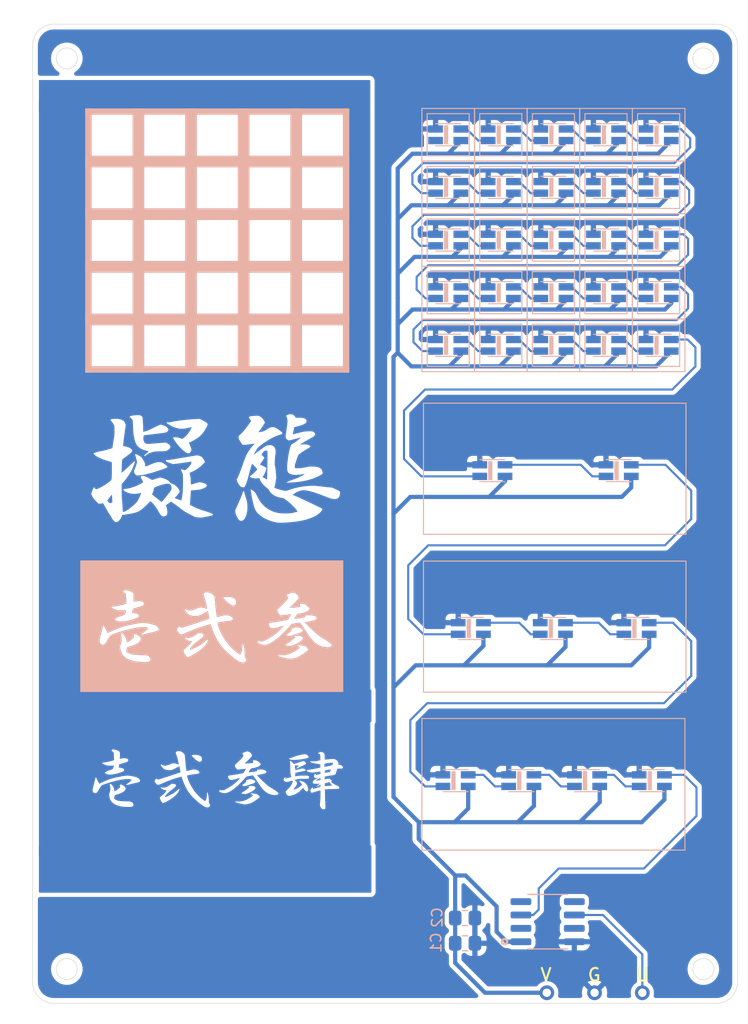
<source format=kicad_pcb>
(kicad_pcb (version 20221018) (generator pcbnew)
  (layers (0 "F.Cu" signal) (31 "B.Cu" signal) (34 "B.Paste" user) (35 "F.Paste" user) (36 "B.SilkS" user "B.Silkscreen") (37 "F.SilkS" user "F.Silkscreen") (38 "B.Mask" user) (39 "F.Mask" user) (44 "Edge.Cuts" user))
  (net 0 "")
  (net 1 "RGB_LED")
  (net 2 "VCC")
  (net 3 "GND")
  (net 4 "KEY1")
  (net 5 "UPDI")
  (footprint "original:gitai_mask" (layer "F.Cu") (at 95.534375 90.255411)
    (fp_text reference "G***" hide)
    (fp_text value "LOGO" hide)
  )
  (footprint "original:num3_mask" (layer "F.Cu") (at 95.027826 105.182522)
    (fp_text reference "G***" hide)
    (fp_text value "LOGO" hide)
  )
  (footprint "original:num" (layer "F.Cu") (at 95.4 120.2)
    (fp_text reference "G***" hide)
    (fp_text value "LOGO" hide)
  )
  (footprint "original:gitai" (layer "F.Cu") (at 95.534375 90.255411)
    (fp_text reference "G***" hide)
    (fp_text value "LOGO" hide)
  )
  (footprint "original:num3" (layer "F.Cu") (at 95.027826 105.182522)
    (fp_text reference "G***" hide)
    (fp_text value "LOGO" hide)
  )
  (footprint "original:num_mask" (layer "F.Cu") (at 95.4 120.2)
    (fp_text reference "G***" hide)
    (fp_text value "LOGO" hide)
  )
  (footprint "original:num3_mask" (layer "F.Cu") (at 95.027826 105.182522)
    (fp_text reference "G***" hide)
    (fp_text value "LOGO" hide)
  )
  (footprint "original:WS2812C-2020" (layer "B.Cu") (at 135.4 105.4 180)
    (fp_text reference "LED" hide)
    (fp_text value "LED" hide)
  )
  (footprint "original:WS2812C-2020" (layer "B.Cu") (at 137.5 73.5 180)
    (fp_text reference "LED" hide)
    (fp_text value "LED" hide)
  )
  (footprint "original:WS2812C-2020" (layer "B.Cu") (at 117.5 58.5 180)
    (fp_text reference "LED" hide)
    (fp_text value "LED" hide)
  )
  (footprint "original:WS2812C-2020" (layer "B.Cu") (at 119.65 105.4 180)
    (fp_text reference "LED" hide)
    (fp_text value "LED" hide)
  )
  (footprint "original:WS2812C-2020" (layer "B.Cu") (at 100.55 58.55)
    (fp_text reference "LED" hide)
    (fp_text value "LED" hide)
  )
  (footprint "original:WS2812C-2020" (layer "B.Cu") (at 95.55 73.55)
    (fp_text reference "LED" hide)
    (fp_text value "LED" hide)
  )
  (footprint "original:WS2812C-2020" (layer "B.Cu") (at 127.5 73.5 180)
    (fp_text reference "LED" hide)
    (fp_text value "LED" hide)
  )
  (footprint "original:WS2812C-2020" (layer "B.Cu") (at 105.55 68.55)
    (fp_text reference "LED" hide)
    (fp_text value "LED" hide)
  )
  (footprint "original:WS2812C-2020" (layer "B.Cu") (at 136.85 119.85 180)
    (fp_text reference "LED" hide)
    (fp_text value "LED" hide)
  )
  (footprint "original:WS2812C-2020" (layer "B.Cu") (at 105.55 63.55)
    (fp_text reference "LED" hide)
    (fp_text value "LED" hide)
  )
  (footprint "original:WS2812C-2020" (layer "B.Cu") (at 122.5 73.5 180)
    (fp_text reference "LED" hide)
    (fp_text value "LED" hide)
  )
  (footprint "original:WS2812C-2020" (layer "B.Cu") (at 100.55 68.55)
    (fp_text reference "LED" hide)
    (fp_text value "LED" hide)
  )
  (footprint "original:WS2812C-2020" (layer "B.Cu") (at 137.5 78.5 180)
    (fp_text reference "LED" hide)
    (fp_text value "LED" hide)
  )
  (footprint "original:WS2812C-2020" (layer "B.Cu") (at 121.7 90.4 180)
    (fp_text reference "LED" hide)
    (fp_text value "LED" hide)
  )
  (footprint "original:gitai_mask" (layer "B.Cu") (at 127.634375 90.255411 180)
    (fp_text reference "G***" hide)
    (fp_text value "LOGO" hide)
  )
  (footprint "original:WS2812C-2020" (layer "B.Cu") (at 85.55 68.55)
    (fp_text reference "LED" hide)
    (fp_text value "LED" hide)
  )
  (footprint "original:WS2812C-2020" (layer "B.Cu") (at 105.55 73.55)
    (fp_text reference "LED" hide)
    (fp_text value "LED" hide)
  )
  (footprint "original:R_0805_2012Metric1.2" (layer "B.Cu") (at 119.1 132.9 180)
    (fp_text reference "C2")
    (fp_text value "1kΩ")
  )
  (footprint "original:WS2812C-2020" (layer "B.Cu") (at 132.5 73.5 180)
    (fp_text reference "LED" hide)
    (fp_text value "LED" hide)
  )
  (footprint "original:WS2812C-2020" (layer "B.Cu") (at 137.5 58.5 180)
    (fp_text reference "LED" hide)
    (fp_text value "LED" hide)
  )
  (footprint "original:WS2812C-2020" (layer "B.Cu") (at 132.5 78.5 180)
    (fp_text reference "LED" hide)
    (fp_text value "LED" hide)
  )
  (footprint "original:R_0805_2012Metric1.2" (layer "B.Cu") (at 119.1 135.3 180)
    (fp_text reference "C1")
    (fp_text value "1kΩ")
  )
  (footprint "original:WS2812C-2020" (layer "B.Cu") (at 95.55 78.55)
    (fp_text reference "LED" hide)
    (fp_text value "LED" hide)
  )
  (footprint "original:WS2812C-2020" (layer "B.Cu") (at 85.55 63.55)
    (fp_text reference "LED" hide)
    (fp_text value "LED" hide)
  )
  (footprint "original:WS2812C-2020" (layer "B.Cu") (at 124.45 119.85 180)
    (fp_text reference "LED" hide)
    (fp_text value "LED" hide)
  )
  (footprint "original:WS2812C-2020" (layer "B.Cu") (at 127.5 58.5 180)
    (fp_text reference "LED" hide)
    (fp_text value "LED" hide)
  )
  (footprint "original:WS2812C-2020" (layer "B.Cu") (at 118.2 119.85 180)
    (fp_text reference "LED" hide)
    (fp_text value "LED" hide)
  )
  (footprint "original:WS2812C-2020" (layer "B.Cu") (at 85.55 73.55)
    (fp_text reference "LED" hide)
    (fp_text value "LED" hide)
  )
  (footprint "original:WS2812C-2020" (layer "B.Cu") (at 130.7 119.85 180)
    (fp_text reference "LED" hide)
    (fp_text value "LED" hide)
  )
  (footprint "original:WS2812C-2020" (layer "B.Cu") (at 122.5 68.5 180)
    (fp_text reference "LED" hide)
    (fp_text value "LED" hide)
  )
  (footprint "original:WS2812C-2020" (layer "B.Cu") (at 105.55 58.55)
    (fp_text reference "LED" hide)
    (fp_text value "LED" hide)
  )
  (footprint "original:num3_mask" (layer "B.Cu") (at 127.65 105.2 180)
    (fp_text reference "G***" hide)
    (fp_text value "LOGO" hide)
  )
  (footprint "original:WS2812C-2020" (layer "B.Cu") (at 90.55 63.55)
    (fp_text reference "LED" hide)
    (fp_text value "LED" hide)
  )
  (footprint "original:WS2812C-2020" (layer "B.Cu") (at 133.7 90.4 180)
    (fp_text reference "LED" hide)
    (fp_text value "LED" hide)
  )
  (footprint "original:WS2812C-2020" (layer "B.Cu") (at 95.55 68.55)
    (fp_text reference "LED" hide)
    (fp_text value "LED" hide)
  )
  (footprint "original:WS2812C-2020" (layer "B.Cu") (at 127.5 68.5 180)
    (fp_text reference "LED" hide)
    (fp_text value "LED" hide)
  )
  (footprint "original:WS2812C-2020" (layer "B.Cu") (at 117.5 78.5 180)
    (fp_text reference "LED" hide)
    (fp_text value "LED" hide)
  )
  (footprint "original:WS2812C-2020" (layer "B.Cu") (at 90.55 58.55)
    (fp_text reference "LED" hide)
    (fp_text value "LED" hide)
  )
  (footprint "original:WS2812C-2020" (layer "B.Cu") (at 127.45 105.4 180)
    (fp_text reference "LED" hide)
    (fp_text value "LED" hide)
  )
  (footprint "original:WS2812C-2020" (layer "B.Cu") (at 90.55 78.55)
    (fp_text reference "LED" hide)
    (fp_text value "LED" hide)
  )
  (footprint "original:WS2812C-2020" (layer "B.Cu") (at 95.55 63.55)
    (fp_text reference "LED" hide)
    (fp_text value "LED" hide)
  )
  (footprint "original:WS2812C-2020" (layer "B.Cu") (at 122.5 58.5 180)
    (fp_text reference "LED" hide)
    (fp_text value "LED" hide)
  )
  (footprint "original:WS2812C-2020" (layer "B.Cu") (at 132.5 63.5 180)
    (fp_text reference "LED" hide)
    (fp_text value "LED" hide)
  )
  (footprint "original:WS2812C-2020" (layer "B.Cu") (at 117.5 73.5 180)
    (fp_text reference "LED" hide)
    (fp_text value "LED" hide)
  )
  (footprint "original:WS2812C-2020" (layer "B.Cu") (at 132.5 58.5 180)
    (fp_text reference "LED" hide)
    (fp_text value "LED" hide)
  )
  (footprint "original:WS2812C-2020" (layer "B.Cu") (at 137.5 63.5 180)
    (fp_text reference "LED" hide)
    (fp_text value "LED" hide)
  )
  (footprint "original:WS2812C-2020" (layer "B.Cu") (at 100.55 78.55)
    (fp_text reference "LED" hide)
    (fp_text value "LED" hide)
  )
  (footprint "original:WS2812C-2020" (layer "B.Cu") (at 90.55 68.55)
    (fp_text reference "LED" hide)
    (fp_text value "LED" hide)
  )
  (footprint "original:WS2812C-2020" (layer "B.Cu") (at 95.55 58.55)
    (fp_text reference "LED" hide)
    (fp_text value "LED" hide)
  )
  (footprint "original:WS2812C-2020" (layer "B.Cu") (at 122.5 63.5 180)
    (fp_text reference "LED" hide)
    (fp_text value "LED" hide)
  )
  (footprint "original:WS2812C-2020" (layer "B.Cu") (at 105.55 78.55)
    (fp_text reference "LED" hide)
    (fp_text value "LED" hide)
  )
  (footprint "original:WS2812C-2020" (layer "B.Cu") (at 137.5 68.5 180)
    (fp_text reference "LED" hide)
    (fp_text value "LED" hide)
  )
  (footprint "original:WS2812C-2020" (layer "B.Cu") (at 100.55 73.55)
    (fp_text reference "LED" hide)
    (fp_text value "LED" hide)
  )
  (footprint "original:WS2812C-2020" (layer "B.Cu") (at 127.5 63.5 180)
    (fp_text reference "LED" hide)
    (fp_text value "LED" hide)
  )
  (footprint "original:WS2812C-2020" (layer "B.Cu") (at 100.55 63.55)
    (fp_text reference "LED" hide)
    (fp_text value "LED" hide)
  )
  (footprint "original:WS2812C-2020" (layer "B.Cu") (at 85.55 58.55)
    (fp_text reference "LED" hide)
    (fp_text value "LED" hide)
  )
  (footprint "original:WS2812C-2020" (layer "B.Cu") (at 122.5 78.5 180)
    (fp_text reference "LED" hide)
    (fp_text value "LED" hide)
  )
  (footprint "original:WS2812C-2020" (layer "B.Cu") (at 90.55 73.55)
    (fp_text reference "LED" hide)
    (fp_text value "LED" hide)
  )
  (footprint "original:WS2812C-2020" (layer "B.Cu") (at 85.55 78.55)
    (fp_text reference "LED" hide)
    (fp_text value "LED" hide)
  )
  (footprint "original:WS2812C-2020" (layer "B.Cu") (at 127.5 78.5 180)
    (fp_text reference "LED" hide)
    (fp_text value "LED" hide)
  )
  (footprint "original:WS2812C-2020" (layer "B.Cu") (at 117.5 63.5 180)
    (fp_text reference "LED" hide)
    (fp_text value "LED" hide)
  )
  (footprint "original:WS2812C-2020" (layer "B.Cu") (at 132.5 68.5 180)
    (fp_text reference "LED" hide)
    (fp_text value "LED" hide)
  )
  (footprint "original:WS2812C-2020" (layer "B.Cu") (at 117.5 68.5 180)
    (fp_text reference "LED" hide)
    (fp_text value "LED" hide)
  )
  (footprint "original:j6pin" (layer "B.Cu") (at 131.41 140 90)
    (fp_text reference "W" hide)
    (fp_text value "j1")
  )
  (footprint "original:num_mask" (layer "B.Cu") (at 127.5 120.2 180)
    (fp_text reference "G***" hide)
    (fp_text value "LOGO" hide)
  )
  (footprint "original:Tiny202" (layer "B.Cu") (at 126.95 133.25)
    (fp_text reference "REF**" hide)
    (fp_text value "Tiny202")
  )
  (gr_rect (start 107.7 55.2) (end 110 126.8) (stroke (width 0.2)) (fill solid) (layer "B.Cu"))
  (gr_rect (start 79.1 111.3) (end 110.1 114.2) (stroke (width 0.2)) (fill solid) (layer "B.Cu"))
  (gr_rect (start 79.8 81.05) (end 110 83.95) (stroke (width 0.2)) (fill solid) (layer "B.Cu"))
  (gr_rect (start 78.7 53.4) (end 110 56.3) (stroke (width 0.2)) (fill solid) (layer "B.Cu"))
  (gr_rect (start 78.7 126.1) (end 110.1 130.4) (stroke (width 0.2)) (fill solid) (layer "B.Cu"))
  (gr_rect (start 78.9 96.5) (end 110 99.4) (stroke (width 0.2)) (fill solid) (layer "B.Cu"))
  (gr_rect (start 78.7 55.3) (end 83 127) (stroke (width 0.2)) (fill solid) (layer "B.Cu"))
  (gr_rect (start 106.8 98.55) (end 109 111.55) (stroke (width 0.2)) (fill solid) (layer "B.Cu"))
  (gr_line (start 115 113.95) (end 140 113.95) (stroke (width 0.1)) (layer "B.SilkS"))
  (gr_line (start 140 113.95) (end 140 126.45) (stroke (width 0.1)) (layer "B.SilkS"))
  (gr_line (start 140.1 96.45) (end 115.15 96.45) (stroke (width 0.1)) (layer "B.SilkS"))
  (gr_line (start 140 126.45) (end 115 126.45) (stroke (width 0.1)) (layer "B.SilkS"))
  (gr_line (start 115.15 96.45) (end 115.15 84) (stroke (width 0.1)) (layer "B.SilkS"))
  (gr_line (start 140.1 111.45) (end 115.15 111.45) (stroke (width 0.1)) (layer "B.SilkS"))
  (gr_line (start 115.15 84) (end 140.1 84) (stroke (width 0.1)) (layer "B.SilkS"))
  (gr_line (start 115 126.45) (end 115 113.95) (stroke (width 0.1)) (layer "B.SilkS"))
  (gr_line (start 115.15 111.45) (end 115.15 99) (stroke (width 0.1)) (layer "B.SilkS"))
  (gr_line (start 140.1 84) (end 140.1 96.45) (stroke (width 0.1)) (layer "B.SilkS"))
  (gr_line (start 140.1 99) (end 140.1 111.45) (stroke (width 0.1)) (layer "B.SilkS"))
  (gr_line (start 115.15 99) (end 140.1 99) (stroke (width 0.1)) (layer "B.SilkS"))
  (gr_arc (start 80 141) (mid 78.585786 140.414214) (end 78 139) (stroke (width 0.05)) (layer "Edge.Cuts"))
  (gr_circle (center 141.75 137.75) (end 142.75 137.75) (stroke (width 0.05)) (fill none) (layer "Edge.Cuts"))
  (gr_line (start 78 139) (end 78 50) (stroke (width 0.05)) (layer "Edge.Cuts"))
  (gr_arc (start 78 50) (mid 78.585786 48.585786) (end 80 48) (stroke (width 0.05)) (layer "Edge.Cuts"))
  (gr_arc (start 145 139) (mid 144.414214 140.414214) (end 143 141) (stroke (width 0.05)) (layer "Edge.Cuts"))
  (gr_circle (center 81.25 51.25) (end 82.25 51.25) (stroke (width 0.05)) (fill none) (layer "Edge.Cuts"))
  (gr_line (start 80 48) (end 143 48) (stroke (width 0.05)) (layer "Edge.Cuts"))
  (gr_circle (center 141.75 51.25) (end 142.75 51.25) (stroke (width 0.05)) (fill none) (layer "Edge.Cuts"))
  (gr_circle (center 81.25 137.75) (end 82.25 137.75) (stroke (width 0.05)) (fill none) (layer "Edge.Cuts"))
  (gr_arc (start 143 48) (mid 144.414214 48.585786) (end 145 50) (stroke (width 0.05)) (layer "Edge.Cuts"))
  (gr_line (start 145 50) (end 145 139) (stroke (width 0.05)) (layer "Edge.Cuts"))
  (gr_line (start 80 141) (end 143 141) (stroke (width 0.05)) (layer "Edge.Cuts"))
  (gr_text "G" (at 130.65 139) (layer "F.SilkS") (effects (font (size 1.2 1.2) (thickness 0.2)) (justify left bottom)))
  (gr_text "U" (at 135.25 139) (layer "F.SilkS") (effects (font (size 1.2 1.2) (thickness 0.2)) (justify left bottom)))
  (gr_text "V" (at 126.15 139) (layer "F.SilkS") (effects (font (size 1.2 1.2) (thickness 0.2)) (justify left bottom)))
  (segment (start 134.25 57.95) (end 133.7 57.95) (width 0.2) (layer "B.Cu") (net 1))
  (segment (start 136.3 74.05) (end 135.35 74.05) (width 0.2) (layer "B.Cu") (net 1))
  (segment (start 140.4 65) (end 140.4 63.75) (width 0.2) (layer "B.Cu") (net 1))
  (segment (start 135.35 59.05) (end 134.25 57.95) (width 0.2) (layer "B.Cu") (net 1))
  (segment (start 119.25 62.95) (end 118.7 62.95) (width 0.2) (layer "B.Cu") (net 1))
  (segment (start 126.3 79.05) (end 125.35 79.05) (width 0.2) (layer "B.Cu") (net 1))
  (segment (start 126.3 64.05) (end 125.35 64.05) (width 0.2) (layer "B.Cu") (net 1))
  (segment (start 126.1 132.1) (end 125.585 132.615) (width 0.2) (layer "B.Cu") (net 1))
  (segment (start 136.1 128.2) (end 128 128.2) (width 0.2) (layer "B.Cu") (net 1))
  (segment (start 114.95 64.05) (end 114.1 63.2) (width 0.2) (layer "B.Cu") (net 1))
  (segment (start 134.25 62.95) (end 133.7 62.95) (width 0.2) (layer "B.Cu") (net 1))
  (segment (start 116.3 69.05) (end 114.85 69.05) (width 0.2) (layer "B.Cu") (net 1))
  (segment (start 129.25 57.95) (end 128.7 57.95) (width 0.2) (layer "B.Cu") (net 1))
  (segment (start 113.7 104.5) (end 113.7 99.4) (width 0.2) (layer "B.Cu") (net 1))
  (segment (start 130.35 64.05) (end 129.25 62.95) (width 0.2) (layer "B.Cu") (net 1))
  (segment (start 139.3 66.1) (end 140.4 65) (width 0.2) (layer "B.Cu") (net 1))
  (segment (start 126.3 74.05) (end 125.35 74.05) (width 0.2) (layer "B.Cu") (net 1))
  (segment (start 140.6 92.3) (end 138.15 89.85) (width 0.2) (layer "B.Cu") (net 1))
  (segment (start 114.1 67.2) (end 115.2 66.1) (width 0.2) (layer "B.Cu") (net 1))
  (segment (start 131.3 74.05) (end 130.35 74.05) (width 0.2) (layer "B.Cu") (net 1))
  (segment (start 115.35 74.05) (end 114.5 73.2) (width 0.2) (layer "B.Cu") (net 1))
  (segment (start 119.25 57.95) (end 118.7 57.95) (width 0.2) (layer "B.Cu") (net 1))
  (segment (start 138 112.5) (end 115.5 112.5) (width 0.2) (layer "B.Cu") (net 1))
  (segment (start 138.1 97.5) (end 140.6 95) (width 0.2) (layer "B.Cu") (net 1))
  (segment (start 139.3 70.9) (end 140.3 69.9) (width 0.2) (layer "B.Cu") (net 1))
  (segment (start 138.85 104.85) (end 140.6 106.6) (width 0.2) (layer "B.Cu") (net 1))
  (segment (start 125.35 79.05) (end 124.25 77.95) (width 0.2) (layer "B.Cu") (net 1))
  (segment (start 115.1 61.2) (end 139 61.2) (width 0.2) (layer "B.Cu") (net 1))
  (segment (start 121.3 79.05) (end 120.35 79.05) (width 0.2) (layer "B.Cu") (net 1))
  (segment (start 132.9 105.95) (end 131.8 104.85) (width 0.2) (layer "B.Cu") (net 1))
  (segment (start 139.9 119.3) (end 141.1 120.5) (width 0.2) (layer "B.Cu") (net 1))
  (segment (start 130.35 79.05) (end 129.25 77.95) (width 0.2) (layer "B.Cu") (net 1))
  (segment (start 141 78.7) (end 140.25 77.95) (width 0.2) (layer "B.Cu") (net 1))
  (segment (start 136.3 79.05) (end 135.35 79.05) (width 0.2) (layer "B.Cu") (net 1))
  (segment (start 135.35 79.05) (end 134.25 77.95) (width 0.2) (layer "B.Cu") (net 1))
  (segment (start 128.2 120.4) (end 127.1 119.3) (width 0.2) (layer "B.Cu") (net 1))
  (segment (start 134.25 72.95) (end 133.7 72.95) (width 0.2) (layer "B.Cu") (net 1))
  (segment (start 139.6 72.95) (end 138.7 72.95) (width 0.2) (layer "B.Cu") (net 1))
  (segment (start 121.3 74.05) (end 120.35 74.05) (width 0.2) (layer "B.Cu") (net 1))
  (segment (start 139.85 67.95) (end 138.7 67.95) (width 0.2) (layer "B.Cu") (net 1))
  (segment (start 140.6 106.6) (end 140.6 109.9) (width 0.2) (layer "B.Cu") (net 1))
  (segment (start 126.3 59.05) (end 125.35 59.05) (width 0.2) (layer "B.Cu") (net 1))
  (segment (start 114.2 78.2) (end 114.2 77) (width 0.2) (layer "B.Cu") (net 1))
  (segment (start 125.35 105.95) (end 124.25 104.85) (width 0.2) (layer "B.Cu") (net 1))
  (segment (start 140.3 69.9) (end 140.3 68.4) (width 0.2) (layer "B.Cu") (net 1))
  (segment (start 136.3 69.05) (end 135.35 69.05) (width 0.2) (layer "B.Cu") (net 1))
  (segment (start 124.25 62.95) (end 123.7 62.95) (width 0.2) (layer "B.Cu") (net 1))
  (segment (start 115.1 76.1) (end 139.2 76.1) (width 0.2) (layer "B.Cu") (net 1))
  (segment (start 113.9 114.1) (end 113.9 119) (width 0.2) (layer "B.Cu") (net 1))
  (segment (start 121.95 120.4) (end 120.85 119.3) (width 0.2) (layer "B.Cu") (net 1))
  (segment (start 135.35 69.05) (end 134.25 67.95) (width 0.2) (layer "B.Cu") (net 1))
  (segment (start 124.25 104.85) (end 120.85 104.85) (width 0.2) (layer "B.Cu") (net 1))
  (segment (start 129.5 120.4) (end 128.2 120.4) (width 0.2) (layer "B.Cu") (net 1))
  (segment (start 131.3 64.05) (end 130.35 64.05) (width 0.2) (layer "B.Cu") (net 1))
  (segment (start 134.25 77.95) (end 133.7 77.95) (width 0.2) (layer "B.Cu") (net 1))
  (segment (start 140.6 95) (end 140.6 92.3) (width 0.2) (layer "B.Cu") (net 1))
  (segment (start 119.25 67.95) (end 118.7 67.95) (width 0.2) (layer "B.Cu") (net 1))
  (segment (start 130.35 74.05) (end 129.25 72.95) (width 0.2) (layer "B.Cu") (net 1))
  (segment (start 135.35 64.05) (end 134.25 62.95) (width 0.2) (layer "B.Cu") (net 1))
  (segment (start 131.3 59.05) (end 130.35 59.05) (width 0.2) (layer "B.Cu") (net 1))
  (segment (start 125.585 132.615) (end 124.4125 132.615) (width 0.2) (layer "B.Cu") (net 1))
  (segment (start 113.7 99.4) (end 115.6 97.5) (width 0.2) (layer "B.Cu") (net 1))
  (segment (start 116.3 74.05) (end 115.35 74.05) (width 0.2) (layer "B.Cu") (net 1))
  (segment (start 138.15 89.85) (end 134.9 89.85) (width 0.2) (layer "B.Cu") (net 1))
  (segment (start 131.8 104.85) (end 128.65 104.85) (width 0.2) (layer "B.Cu") (net 1))
  (segment (start 140.5 59.7) (end 140.5 58.85) (width 0.2) (layer "B.Cu") (net 1))
  (segment (start 134.25 67.95) (end 133.7 67.95) (width 0.2) (layer "B.Cu") (net 1))
  (segment (start 128 128.2) (end 126.1 130.1) (width 0.2) (layer "B.Cu") (net 1))
  (segment (start 114.1 62.2) (end 115.1 61.2) (width 0.2) (layer "B.Cu") (net 1))
  (segment (start 114.1 63.2) (end 114.1 62.2) (width 0.2) (layer "B.Cu") (net 1))
  (segment (start 140.3 68.4) (end 139.85 67.95) (width 0.2) (layer "B.Cu") (net 1))
  (segment (start 135.65 120.4) (end 134.35 120.4) (width 0.2) (layer "B.Cu") (net 1))
  (segment (start 115.3 82.7) (end 138.8 82.7) (width 0.2) (layer "B.Cu") (net 1))
  (segment (start 120.35 79.05) (end 119.25 77.95) (width 0.2) (layer "B.Cu") (net 1))
  (segment (start 131.3 69.05) (end 130.35 69.05) (width 0.2) (layer "B.Cu") (net 1))
  (segment (start 116.3 79.05) (end 115.05 79.05) (width 0.2) (layer "B.Cu") (net 1))
  (segment (start 123.25 120.4) (end 121.95 120.4) (width 0.2) (layer "B.Cu") (net 1))
  (segment (start 120.85 119.3) (end 119.4 119.3) (width 0.2) (layer "B.Cu") (net 1))
  (segment (start 116.3 64.05) (end 114.95 64.05) (width 0.2) (layer "B.Cu") (net 1))
  (segment (start 136.3 59.05) (end 135.35 59.05) (width 0.2) (layer "B.Cu") (net 1))
  (segment (start 114.1 68.3) (end 114.1 67.2) (width 0.2) (layer "B.Cu") (net 1))
  (segment (start 141 80.5) (end 141 78.7) (width 0.2) (layer "B.Cu") (net 1))
  (segment (start 136.6 104.85) (end 138.85 104.85) (width 0.2) (layer "B.Cu") (net 1))
  (segment (start 120.35 64.05) (end 119.25 62.95) (width 0.2) (layer "B.Cu") (net 1))
  (segment (start 118.45 105.95) (end 115.15 105.95) (width 0.2) (layer "B.Cu") (net 1))
  (segment (start 127.1 119.3) (end 125.65 119.3) (width 0.2) (layer "B.Cu") (net 1))
  (segment (start 134.35 120.4) (end 133.25 119.3) (width 0.2) (layer "B.Cu") (net 1))
  (segment (start 136.3 64.05) (end 135.35 64.05) (width 0.2) (layer "B.Cu") (net 1))
  (segment (start 130.35 59.05) (end 129.25 57.95) (width 0.2) (layer "B.Cu") (net 1))
  (segment (start 114.85 69.05) (end 114.1 68.3) (width 0.2) (layer "B.Cu") (net 1))
  (segment (start 130.1 89.85) (end 122.9 89.85) (width 0.2) (layer "B.Cu") (net 1))
  (segment (start 126.3 69.05) (end 125.35 69.05) (width 0.2) (layer "B.Cu") (net 1))
  (segment (start 121.3 64.05) (end 120.35 64.05) (width 0.2) (layer "B.Cu") (net 1))
  (segment (start 124.25 72.95) (end 123.7 72.95) (width 0.2) (layer "B.Cu") (net 1))
  (segment (start 120.5 90.95) (end 114.95 90.95) (width 0.2) (layer "B.Cu") (net 1))
  (segment (start 129.25 72.95) (end 128.7 72.95) (width 0.2) (layer "B.Cu") (net 1))
  (segment (start 139.6 62.95) (end 138.7 62.95) (width 0.2) (layer "B.Cu") (net 1))
  (segment (start 124.25 67.95) (end 123.7 67.95) (width 0.2) (layer "B.Cu") (net 1))
  (segment (start 129.25 62.95) (end 128.7 62.95) (width 0.2) (layer "B.Cu") (net 1))
  (segment (start 139.2 76.1) (end 140.3 75) (width 0.2) (layer "B.Cu") (net 1))
  (segment (start 114.2 77) (end 115.1 76.1) (width 0.2) (layer "B.Cu") (net 1))
  (segment (start 131.2 90.95) (end 130.1 89.85) (width 0.2) (layer "B.Cu") (net 1))
  (segment (start 115.2 66.1) (end 139.3 66.1) (width 0.2) (layer "B.Cu") (net 1))
  (segment (start 134.2 105.95) (end 132.9 105.95) (width 0.2) (layer "B.Cu") (net 1))
  (segment (start 119.25 77.95) (end 118.7 77.95) (width 0.2) (layer "B.Cu") (net 1))
  (segment (start 126.1 130.1) (end 126.1 132.1) (width 0.2) (layer "B.Cu") (net 1))
  (segment (start 121.3 59.05) (end 120.35 59.05) (width 0.2) (layer "B.Cu") (net 1))
  (segment (start 120.35 59.05) (end 119.25 57.95) (width 0.2) (layer "B.Cu") (net 1))
  (segment (start 140.5 58.85) (end 139.6 57.95) (width 0.2) (layer "B.Cu") (net 1))
  (segment (start 115.6 97.5) (end 138.1 97.5) (width 0.2) (layer "B.Cu") (net 1))
  (segment (start 141.1 120.5) (end 141.1 123.2) (width 0.2) (layer "B.Cu") (net 1))
  (segment (start 113.3 89.3) (end 113.3 84.7) (width 0.2) (layer "B.Cu") (net 1))
  (segment (start 140.3 73.65) (end 139.6 72.95) (width 0.2) (layer "B.Cu") (net 1))
  (segment (start 125.35 59.05) (end 124.25 57.95) (width 0.2) (layer "B.Cu") (net 1))
  (segment (start 114.5 72) (end 115.6 70.9) (width 0.2) (layer "B.Cu") (net 1))
  (segment (start 119.25 72.95) (end 118.7 72.95) (width 0.2) (layer "B.Cu") (net 1))
  (segment (start 131.3 79.05) (end 130.35 79.05) (width 0.2) (layer "B.Cu") (net 1))
  (segment (start 140.6 109.9) (end 138 112.5) (width 0.2) (layer "B.Cu") (net 1))
  (segment (start 120.35 74.05) (end 119.25 72.95) (width 0.2) (layer "B.Cu") (net 1))
  (segment (start 139.6 57.95) (end 138.7 57.95) (width 0.2) (layer "B.Cu") (net 1))
  (segment (start 140.4 63.75) (end 139.6 62.95) (width 0.2) (layer "B.Cu") (net 1))
  (segment (start 138.05 119.3) (end 139.9 119.3) (width 0.2) (layer "B.Cu") (net 1))
  (segment (start 129.25 77.95) (end 128.7 77.95) (width 0.2) (layer "B.Cu") (net 1))
  (segment (start 113.3 84.7) (end 115.3 82.7) (width 0.2) (layer "B.Cu") (net 1))
  (segment (start 121.3 69.05) (end 120.35 69.05) (width 0.2) (layer "B.Cu") (net 1))
  (segment (start 140.25 77.95) (end 138.7 77.95) (width 0.2) (layer "B.Cu") (net 1))
  (segment (start 138.8 82.7) (end 141 80.5) (width 0.2) (layer "B.Cu") (net 1))
  (segment (start 115.5 112.5) (end 113.9 114.1) (width 0.2) (layer "B.Cu") (net 1))
  (segment (start 125.35 74.05) (end 124.25 72.95) (width 0.2) (layer "B.Cu") (net 1))
  (segment (start 135.35 74.05) (end 134.25 72.95) (width 0.2) (layer "B.Cu") (net 1))
  (segment (start 114.5 73.2) (end 114.5 72) (width 0.2) (layer "B.Cu") (net 1))
  (segment (start 115.3 120.4) (end 117 120.4) (width 0.2) (layer "B.Cu") (net 1))
  (segment (start 140.3 75) (end 140.3 73.65) (width 0.2) (layer "B.Cu") (net 1))
  (segment (start 115.6 70.9) (end 139.3 70.9) (width 0.2) (layer "B.Cu") (net 1))
  (segment (start 115.15 105.95) (end 113.7 104.5) (width 0.2) (layer "B.Cu") (net 1))
  (segment (start 115.05 79.05) (end 114.2 78.2) (width 0.2) (layer "B.Cu") (net 1))
  (segment (start 129.25 67.95) (end 128.7 67.95) (width 0.2) (layer "B.Cu") (net 1))
  (segment (start 113.9 119) (end 115.3 120.4) (width 0.2) (layer "B.Cu") (net 1))
  (segment (start 125.35 64.05) (end 124.25 62.95) (width 0.2) (layer "B.Cu") (net 1))
  (segment (start 132.5 90.95) (end 131.2 90.95) (width 0.2) (layer "B.Cu") (net 1))
  (segment (start 139 61.2) (end 140.5 59.7) (width 0.2) (layer "B.Cu") (net 1))
  (segment (start 114.95 90.95) (end 113.3 89.3) (width 0.2) (layer "B.Cu") (net 1))
  (segment (start 124.25 77.95) (end 123.7 77.95) (width 0.2) (layer "B.Cu") (net 1))
  (segment (start 124.25 57.95) (end 123.7 57.95) (width 0.2) (layer "B.Cu") (net 1))
  (segment (start 126.25 105.95) (end 125.35 105.95) (width 0.2) (layer "B.Cu") (net 1))
  (segment (start 125.35 69.05) (end 124.25 67.95) (width 0.2) (layer "B.Cu") (net 1))
  (segment (start 141.1 123.2) (end 136.1 128.2) (width 0.2) (layer "B.Cu") (net 1))
  (segment (start 120.35 69.05) (end 119.25 67.95) (width 0.2) (layer "B.Cu") (net 1))
  (segment (start 130.35 69.05) (end 129.25 67.95) (width 0.2) (layer "B.Cu") (net 1))
  (segment (start 133.25 119.3) (end 131.9 119.3) (width 0.2) (layer "B.Cu") (net 1))
  (segment (start 138.7 64.05) (end 137.55 65.2) (width 0.4) (layer "B.Cu") (net 2))
  (segment (start 114.1 75.1) (end 112.7 76.5) (width 0.4) (layer "B.Cu") (net 2))
  (segment (start 138.05 120.4) (end 138.05 121.65) (width 0.4) (layer "B.Cu") (net 2))
  (segment (start 114.7 123.8) (end 112.3 121.4) (width 0.4) (layer "B.Cu") (net 2))
  (segment (start 134.9 90.95) (end 134.9 92) (width 0.4) (layer "B.Cu") (net 2))
  (segment (start 117.6 80.5) (end 122.4 80.5) (width 0.4) (layer "B.Cu") (net 2))
  (segment (start 132.9 75.1) (end 127.8 75.1) (width 0.4) (layer "B.Cu") (net 2))
  (segment (start 119.4 120.4) (end 119.4 122.5) (width 0.4) (layer "B.Cu") (net 2))
  (segment (start 117.8 75.1) (end 114.1 75.1) (width 0.4) (layer "B.Cu") (net 2))
  (segment (start 128.7 74.05) (end 128.7 74.2) (width 0.4) (layer "B.Cu") (net 2))
  (segment (start 118.7 79.4) (end 117.6 80.5) (width 0.4) (layer "B.Cu") (net 2))
  (segment (start 114.7 123.8) (end 114.7 125.4) (width 0.4) (layer "B.Cu") (net 2))
  (segment (start 137.55 65.2) (end 132.7 65.2) (width 0.4) (layer "B.Cu") (net 2))
  (segment (start 131.9 121.9) (end 130 123.8) (width 0.4) (layer "B.Cu") (net 2))
  (segment (start 118.1625 132.9) (end 118.1625 135.3) (width 0.4) (layer "B.Cu") (net 2))
  (segment (start 118.7 59.05) (end 118.7 59.1) (width 0.4) (layer "B.Cu") (net 2))
  (segment (start 120.85 105.95) (end 120.85 107.05) (width 0.4) (layer "B.Cu") (net 2))
  (segment (start 119.4 122.5) (end 118.1 123.8) (width 0.4) (layer "B.Cu") (net 2))
  (segment (start 133.7 79.2) (end 132.4 80.5) (width 0.4) (layer "B.Cu") (net 2))
  (segment (start 128.7 64.2) (end 127.7 65.2) (width 0.4) (layer "B.Cu") (net 2))
  (segment (start 118.7 64.05) (end 118.85 64.05) (width 0.4) (layer "B.Cu") (net 2))
  (segment (start 137.45 60.3) (end 138.7 59.05) (width 0.4) (layer "B.Cu") (net 2))
  (segment (start 128.7 69.3) (end 127.9 70.1) (width 0.4) (layer "B.Cu") (net 2))
  (segment (start 118.7 64.05) (end 118.65 64.05) (width 0.4) (layer "B.Cu") (net 2))
  (segment (start 137.25 80.5) (end 138.7 79.05) (width 0.4) (layer "B.Cu") (net 2))
  (segment (start 133.7 69.05) (end 133.7 69.2) (width 0.4) (layer "B.Cu") (net 2))
  (segment (start 132.7 65.2) (end 127.7 65.2) (width 0.4) (layer "B.Cu") (net 2))
  (segment (start 118.1625 135.3) (end 118.1625 137.1625) (width 0.4) (layer "B.Cu") (net 2))
  (segment (start 123.7 69.1) (end 122.7 70.1) (width 0.4) (layer "B.Cu") (net 2))
  (segment (start 138.05 121.65) (end 135.9 123.8) (width 0.4) (layer "B.Cu") (net 2))
  (segment (start 113.9 92.9) (end 112.3 94.5) (width 0.4) (layer "B.Cu") (net 2))
  (segment (start 112.7 76.5) (end 112.7 79.2) (width 0.4) (layer "B.Cu") (net 2))
  (segment (start 127.7 65.2) (end 122.7 65.2) (width 0.4) (layer "B.Cu") (net 2))
  (segment (start 125.65 120.4) (end 125.65 122.25) (width 0.4) (layer "B.Cu") (net 2))
  (segment (start 118.7 74.05) (end 118.7 74.2) (width 0.4) (layer "B.Cu") (net 2))
  (segment (start 118.1625 132.9) (end 118.1625 128.8625) (width 0.4) (layer "B.Cu") (net 2))
  (segment (start 134.9 108.9) (end 126.9 108.9) (width 0.4) (layer "B.Cu") (net 2))
  (segment (start 122.9 91.4) (end 121.4 92.9) (width 0.4) (layer "B.Cu") (net 2))
  (segment (start 118.1625 128.8625) (end 114.7 125.4) (width 0.4) (layer "B.Cu") (net 2))
  (segment (start 138.1 75.1) (end 132.9 75.1) (width 0.4) (layer "B.Cu") (net 2))
  (segment (start 128.7 59.05) (end 128.7 59.1) (width 0.4) (layer "B.Cu") (net 2))
  (segment (start 133.7 74.3) (end 132.9 75.1) (width 0.4) (layer "B.Cu") (net 2))
  (segment (start 123.7 79.05) (end 123.7 79.2) (width 0.4) (layer "B.Cu") (net 2))
  (segment (start 136.6 107.2) (end 134.9 108.9) (width 0.4) (layer "B.Cu") (net 2))
  (segment (start 123.7 64.05) (end 123.7 64.2) (width 0.4) (layer "B.Cu") (net 2))
  (segment (start 114.1 60.3) (end 117.5 60.3) (width 0.4) (layer "B.Cu") (net 2))
  (segment (start 123.7 74.05) (end 123.7 74.2) (width 0.4) (layer "B.Cu") (net 2))
  (segment (start 127.9 70.1) (end 122.7 70.1) (width 0.4) (layer "B.Cu") (net 2))
  (segment (start 121 140) (end 126.87 140) (width 0.4) (layer "B.Cu") (net 2))
  (segment (start 114 80.5) (end 117.6 80.5) (width 0.4) (layer "B.Cu") (net 2))
  (segment (start 133.7 79.05) (end 133.7 79.2) (width 0.4) (layer "B.Cu") (net 2))
  (segment (start 118.7 59.1) (end 117.5 60.3) (width 0.4) (layer "B.Cu") (net 2))
  (segment (start 138.7 69.05) (end 137.65 70.1) (width 0.4) (layer "B.Cu") (net 2))
  (segment (start 130 123.8) (end 124.1 123.8) (width 0.4) (layer "B.Cu") (net 2))
  (segment (start 112.7 71.7) (end 112.7 66.5) (width 0.4) (layer "B.Cu") (net 2))
  (segment (start 117.9 70.1) (end 114.3 70.1) (width 0.4) (layer "B.Cu") (net 2))
  (segment (start 131.9 120.4) (end 131.9 121.9) (width 0.4) (layer "B.Cu") (net 2))
  (segment (start 128.7 79.2) (end 127.4 80.5) (width 0.4) (layer "B.Cu") (net 2))
  (segment (start 112.7 66.5) (end 112.7 61.7) (width 0.4) (layer "B.Cu") (net 2))
  (segment (start 112.3 94.5) (end 112.3 79.6) (width 0.4) (layer "B.Cu") (net 2))
  (segment (start 122.1 134.2) (end 122.1 131.8) (width 0.4) (layer "B.Cu") (net 2))
  (segment (start 119 108.9) (end 114.4 108.9) (width 0.4) (layer "B.Cu") (net 2))
  (segment (start 118.1 123.8) (end 114.7 123.8) (width 0.4) (layer "B.Cu") (net 2))
  (segment (start 128.65 107.15) (end 126.9 108.9) (width 0.4) (layer "B.Cu") (net 2))
  (segment (start 138.7 74.05) (end 138.7 74.5) (width 0.4) (layer "B.Cu") (net 2))
  (segment (start 122.1 131.8) (end 119.1625 128.8625) (width 0.4) (layer "B.Cu") (net 2))
  (segment (start 122.4 80.5) (end 127.4 80.5) (width 0.4) (layer "B.Cu") (net 2))
  (segment (start 127.8 75.1) (end 122.8 75.1) (width 0.4) (layer "B.Cu") (net 2))
  (segment (start 112.3 121.4) (end 112.3 111) (width 0.4) (layer "B.Cu") (net 2))
  (segment (start 119.1625 128.8625) (end 118.1625 128.8625) (width 0.4) (layer "B.Cu") (net 2))
  (segment (start 135.9 123.8) (end 130 123.8) (width 0.4) (layer "B.Cu") (net 2))
  (segment (start 132.6 60.3) (end 137.45 60.3) (width 0.4) (layer "B.Cu") (net 2))
  (segment (start 137.65 70.1) (end 132.8 70.1) (width 0.4) (layer "B.Cu") (net 2))
  (segment (start 123.7 59.1) (end 122.5 60.3) (width 0.4) (layer "B.Cu") (net 2))
  (segment (start 127.4 80.5) (end 132.4 80.5) (width 0.4) (layer "B.Cu") (net 2))
  (segment (start 124.1 123.8) (end 118.1 123.8) (width 0.4) (layer "B.Cu") (net 2))
  (segment (start 112.3 79.6) (end 112.7 79.2) (width 0.4) (layer "B.Cu") (net 2))
  (segment (start 126.9 108.9) (end 119 108.9) (width 0.4) (layer "B.Cu") (net 2))
  (segment (start 118.7 69.05) (end 118.7 69.3) (width 0.4) (layer "B.Cu") (net 2))
  (segment (start 122.9 90.95) (end 122.9 91.4) (width 0.4) (layer "B.Cu") (net 2))
  (segment (start 123.7 64.2) (end 122.7 65.2) (width 0.4) (layer "B.Cu") (net 2))
  (segment (start 112.7 61.7) (end 114.1 60.3) (width 0.4) (layer "B.Cu") (net 2))
  (segment (start 123.7 69.05) (end 123.7 69.1) (width 0.4) (layer "B.Cu") (net 2))
  (segment (start 114 65.2) (end 112.7 66.5) (width 0.4) (layer "B.Cu") (net 2))
  (segment (start 118.65 64.05) (end 117.5 65.2) (width 0.4) (layer "B.Cu") (net 2))
  (segment (start 128.7 59.1) (end 127.5 60.3) (width 0.4) (layer "B.Cu") (net 2))
  (segment (start 124.4125 135.155) (end 123.055 135.155) (width 0.4) (layer "B.Cu") (net 2))
  (segment (start 112.7 79.2) (end 114 80.5) (width 0.4) (layer "B.Cu") (net 2))
  (segment (start 123.7 59.05) (end 123.7 59.1) (width 0.4) (layer "B.Cu") (net 2))
  (segment (start 112.7 74) (end 112.7 71.7) (width 0.4) (layer "B.Cu") (net 2))
  (segment (start 118.1625 137.1625) (end 121 140) (width 0.4) (layer "B.Cu") (net 2))
  (segment (start 133.7 59.05) (end 133.7 59.2) (width 0.4) (layer "B.Cu") (net 2))
  (segment (start 112.7 74) (end 112.7 76.5) (width 0.4) (layer "B.Cu") (net 2))
  (segment (start 134 92.9) (end 121.4 92.9) (width 0.4) (layer "B.Cu") (net 2))
  (segment (start 122.8 75.1) (end 117.8 75.1) (width 0.4) (layer "B.Cu") (net 2))
  (segment (start 128.65 105.95) (end 128.65 107.15) (width 0.4) (layer "B.Cu") (net 2))
  (segment (start 112.3 111) (end 112.3 94.5) (width 0.4) (layer "B.Cu") (net 2))
  (segment (start 122.7 70.1) (end 117.9 70.1) (width 0.4) (layer "B.Cu") (net 2))
  (segment (start 132.4 80.5) (end 137.25 80.5) (width 0.4) (layer "B.Cu") (net 2))
  (segment (start 138.7 74.5) (end 138.1 75.1) (width 0.4) (layer "B.Cu") (net 2))
  (segment (start 117.5 65.2) (end 114 65.2) (width 0.4) (layer "B.Cu") (net 2))
  (segment (start 118.7 74.2) (end 117.8 75.1) (width 0.4) (layer "B.Cu") (net 2))
  (segment (start 114.3 70.1) (end 112.7 71.7) (width 0.4) (layer "B.Cu") (net 2))
  (segment (start 117.5 60.3) (end 122.5 60.3) (width 0.4) (layer "B.Cu") (net 2))
  (segment (start 122.7 65.2) (end 117.5 65.2) (width 0.4) (layer "B.Cu") (net 2))
  (segment (start 133.7 64.05) (end 133.7 64.2) (width 0.4) (layer "B.Cu") (net 2))
  (segment (start 128.7 69.05) (end 128.7 69.3) (width 0.4) (layer "B.Cu") (net 2))
  (segment (start 127.5 60.3) (end 132.6 60.3) (width 0.4) (layer "B.Cu") (net 2))
  (segment (start 136.6 105.95) (end 136.6 107.2) (width 0.4) (layer "B.Cu") (net 2))
  (segment (start 133.7 59.2) (end 132.6 60.3) (width 0.4) (layer "B.Cu") (net 2))
  (segment (start 123.055 135.155) (end 122.1 134.2) (width 0.4) (layer "B.Cu") (net 2))
  (segment (start 133.7 69.2) (end 132.8 70.1) (width 0.4) (layer "B.Cu") (net 2))
  (segment (start 128.7 79.05) (end 128.7 79.2) (width 0.4) (layer "B.Cu") (net 2))
  (segment (start 128.7 64.05) (end 128.7 64.2) (width 0.4) (layer "B.Cu") (net 2))
  (segment (start 118.85 64.05) (end 119 64.2) (width 0.4) (layer "B.Cu") (net 2))
  (segment (start 120.85 107.05) (end 119 108.9) (width 0.4) (layer "B.Cu") (net 2))
  (segment (start 114.4 108.9) (end 112.3 111) (width 0.4) (layer "B.Cu") (net 2))
  (segment (start 118.7 69.3) (end 117.9 70.1) (width 0.4) (layer "B.Cu") (net 2))
  (segment (start 118.7 79.05) (end 118.7 79.4) (width 0.4) (layer "B.Cu") (net 2))
  (segment (start 133.7 64.2) (end 132.7 65.2) (width 0.4) (layer "B.Cu") (net 2))
  (segment (start 132.8 70.1) (end 127.9 70.1) (width 0.4) (layer "B.Cu") (net 2))
  (segment (start 121.4 92.9) (end 113.9 92.9) (width 0.4) (layer "B.Cu") (net 2))
  (segment (start 134.9 92) (end 134 92.9) (width 0.4) (layer "B.Cu") (net 2))
  (segment (start 123.7 79.2) (end 122.4 80.5) (width 0.4) (layer "B.Cu") (net 2))
  (segment (start 125.65 122.25) (end 124.1 123.8) (width 0.4) (layer "B.Cu") (net 2))
  (segment (start 122.5 60.3) (end 127.5 60.3) (width 0.4) (layer "B.Cu") (net 2))
  (segment (start 123.7 74.2) (end 122.8 75.1) (width 0.4) (layer "B.Cu") (net 2))
  (segment (start 128.7 74.2) (end 127.8 75.1) (width 0.4) (layer "B.Cu") (net 2))
  (segment (start 133.7 74.05) (end 133.7 74.3) (width 0.4) (layer "B.Cu") (net 2))
  (segment (start 135.95 136.35) (end 135.95 140) (width 0.2) (layer "B.Cu") (net 5))
  (segment (start 129.4875 132.615) (end 132.215 132.615) (width 0.2) (layer "B.Cu") (net 5))
  (segment (start 132.215 132.615) (end 135.95 136.35) (width 0.2) (layer "B.Cu") (net 5))
  (zone (net 0) (net_name "") (layer "B.Cu") (connect_pads (clearance 0)) (min_thickness 0.025)
    (keepout (tracks allowed) (vias allowed) (pads allowed) (copperpour not_allowed) (footprints allowed))
    (fill (mode hatch) (thermal_gap 0.5) (thermal_bridge_width 0.5) (island_removal_mode 1) (island_area_min 10) (hatch_thickness 1) (hatch_gap 1.5) (hatch_orientation 0) (hatch_border_algorithm hatch_thickness) (hatch_min_hole_area 0.3))
    (polygon (pts (xy 82.7 99.1) (xy 107.3 99.1) (xy 107.3 111.2) (xy 82.7 111.2)))
  )
  (zone (net 0) (net_name "") (layer "B.Cu") (connect_pads (clearance 0)) (min_thickness 0.025)
    (keepout (tracks allowed) (vias allowed) (pads allowed) (copperpour not_allowed) (footprints allowed))
    (fill (mode hatch) (thermal_gap 0.5) (thermal_bridge_width 0.5) (island_removal_mode 1) (island_area_min 10) (hatch_thickness 1) (hatch_gap 1.5) (hatch_orientation 0) (hatch_border_algorithm hatch_thickness) (hatch_min_hole_area 0.3))
    (polygon (pts (xy 83 114.2) (xy 107.6 114.2) (xy 107.6 126.3) (xy 83 126.3)))
  )
  (zone (net 0) (net_name "") (layer "B.Cu") (connect_pads (clearance 0)) (min_thickness 0.025)
    (keepout (tracks allowed) (vias allowed) (pads allowed) (copperpour not_allowed) (footprints allowed))
    (fill (mode hatch) (thermal_gap 0.5) (thermal_bridge_width 0.5) (island_removal_mode 1) (island_area_min 10) (hatch_thickness 1) (hatch_gap 1.5) (hatch_orientation 0) (hatch_border_algorithm hatch_thickness) (hatch_min_hole_area 0.3))
    (polygon (pts (xy 83.2 56.2) (xy 107.9 56.2) (xy 107.9 80.9) (xy 83.2 80.9)))
  )
  (zone (net 3) (net_name "GND") (layer "B.Cu") (priority 1) (connect_pads (clearance 0.4)) (min_thickness 0.4) (fill yes (thermal_gap 0.5) (thermal_bridge_width 0.5))
    (polygon (pts (xy 74.9 45.7) (xy 146 46) (xy 146 143) (xy 74.9 142.7)))
  )
  (zone (net 0) (net_name "") (layer "B.Cu") (connect_pads (clearance 0)) (min_thickness 0.025)
    (keepout (tracks allowed) (vias allowed) (pads allowed) (copperpour not_allowed) (footprints allowed))
    (fill (mode hatch) (thermal_gap 0.5) (thermal_bridge_width 0.5) (island_removal_mode 1) (island_area_min 10) (hatch_thickness 1) (hatch_gap 1.5) (hatch_orientation 0) (hatch_border_algorithm hatch_thickness) (hatch_min_hole_area 0.3))
    (polygon (pts (xy 83.2 84.2) (xy 107.8 84.2) (xy 107.8 96.3) (xy 83.2 96.3)))
  )
)
</source>
